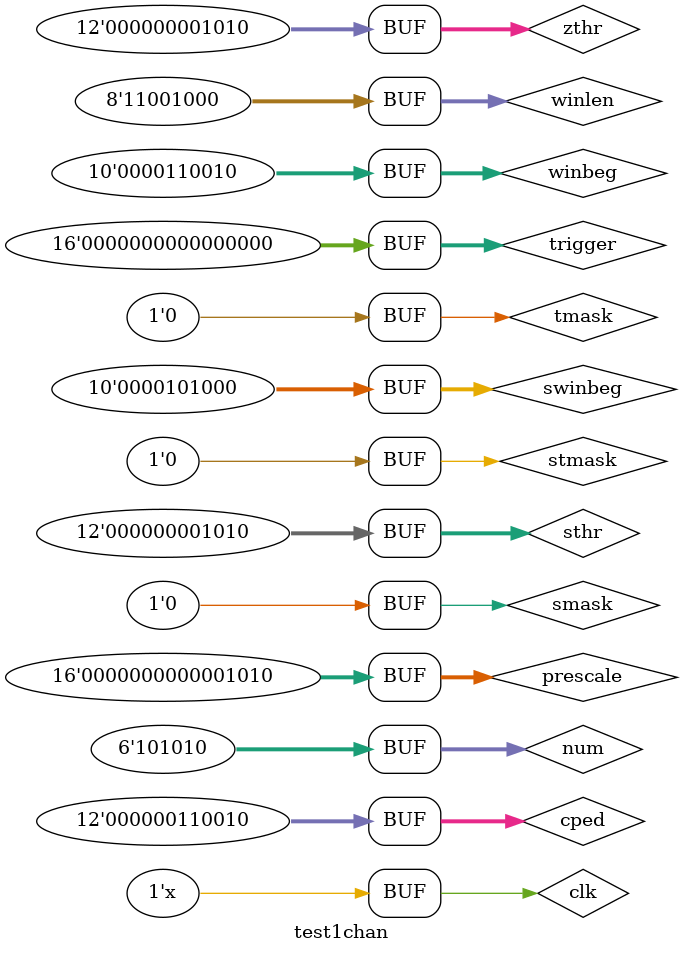
<source format=v>
`timescale 1ns / 1ps


module test1chan;

	// Inputs
	reg clk;
	reg [11:0] data;
	reg [11:0] zthr;
	reg [11:0] sthr;
	reg [11:0] cped;
	reg [15:0] prescale;
	reg [9:0] winbeg;
	reg [9:0] swinbeg;
	reg [7:0] winlen;
	reg [15:0] trigger;
	reg [5:0] num;
	reg ack;
	reg smask;
	reg tmask;
	reg stmask;

	// Outputs
	wire [11:0] d2sum;
	wire [11:0] ped;
	wire [15:0] dout;
	wire req;

	reg [7:0] cnt = 0;

	// Instantiate the Unit Under Test (UUT)
	prc1chan uut (
		.clk(clk), 
		.data(data), 
		.d2sum(d2sum), 
		.ped(ped), 
		.zthr(zthr), 
		.sthr(sthr), 
		.cped(cped),
		.prescale(prescale), 
		.winbeg(winbeg), 
		.swinbeg(swinbeg), 
		.winlen(winlen), 
		.trigger(trigger), 
		.dout(dout), 
		.num(num), 
		.req(req), 
		.ack(ack), 
		.smask(smask), 
		.tmask(tmask), 
		.stmask(stmask)
	);

	initial begin
		// Initialize Inputs
		clk = 0;
		data = 0;
		zthr = 10;
		sthr = 10;
		prescale = 10;
		winbeg = 50;
		swinbeg = 40;
		winlen = 200;
		cped = 50;
		trigger = 0;
		num = 6'h2A;
		ack = 0;
		smask = 0;
		tmask = 0;
		stmask = 0;

		// Wait 100 ns for global reset to finish
		#10000;
		trigger <= 16'h8555;
		#20;
		trigger <= 0;
        
		// Add stimulus here

	end
   
	always @ (*) #4 clk <= !clk;
	
	always @ (posedge clk) begin 
		cnt <= cnt + 1;
		case (cnt) 
		20:	data <= 15;
		21:	data <= 20;
		22:	data <= 40;
		23:	data <= 100;
		24:	data <= 120;
		25:	data <= 110;
		26:	data <= 90;
		27: 	data <= 50;
		28:	data <= 20;
		29:	data <= 15;
		default	data <= 10;
		endcase
		
		ack <= #2 req;
	end	
		
	
		
endmodule


</source>
